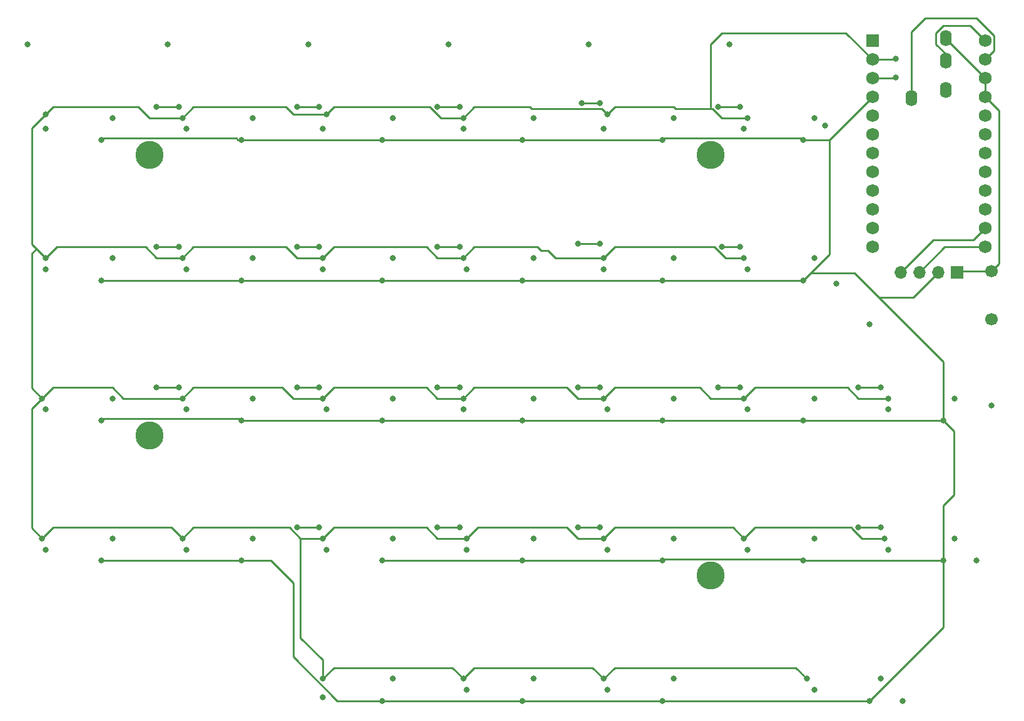
<source format=gbr>
%TF.GenerationSoftware,KiCad,Pcbnew,8.0.8*%
%TF.CreationDate,2025-01-31T06:20:13-05:00*%
%TF.ProjectId,nitsud,6e697473-7564-42e6-9b69-6361645f7063,v1.0.0*%
%TF.SameCoordinates,Original*%
%TF.FileFunction,Copper,L1,Top*%
%TF.FilePolarity,Positive*%
%FSLAX46Y46*%
G04 Gerber Fmt 4.6, Leading zero omitted, Abs format (unit mm)*
G04 Created by KiCad (PCBNEW 8.0.8) date 2025-01-31 06:20:13*
%MOMM*%
%LPD*%
G01*
G04 APERTURE LIST*
%TA.AperFunction,ComponentPad*%
%ADD10R,1.752600X1.752600*%
%TD*%
%TA.AperFunction,ComponentPad*%
%ADD11C,1.752600*%
%TD*%
%TA.AperFunction,ComponentPad*%
%ADD12O,1.600000X2.200000*%
%TD*%
%TA.AperFunction,ComponentPad*%
%ADD13C,1.700000*%
%TD*%
%TA.AperFunction,ComponentPad*%
%ADD14C,3.800000*%
%TD*%
%TA.AperFunction,ComponentPad*%
%ADD15R,1.700000X1.700000*%
%TD*%
%TA.AperFunction,ComponentPad*%
%ADD16O,1.700000X1.700000*%
%TD*%
%TA.AperFunction,ViaPad*%
%ADD17C,0.800000*%
%TD*%
%TA.AperFunction,Conductor*%
%ADD18C,0.250000*%
%TD*%
G04 APERTURE END LIST*
D10*
%TO.P,MCU1,1*%
%TO.N,RAW*%
X257380000Y-87030000D03*
D11*
%TO.P,MCU1,2*%
%TO.N,GND*%
X257380000Y-89570000D03*
%TO.P,MCU1,3*%
%TO.N,RST*%
X257380000Y-92110000D03*
%TO.P,MCU1,4*%
%TO.N,VCC*%
X257380000Y-94650000D03*
%TO.P,MCU1,5*%
%TO.N,P21*%
X257380000Y-97190000D03*
%TO.P,MCU1,6*%
%TO.N,P20*%
X257380000Y-99730000D03*
%TO.P,MCU1,7*%
%TO.N,P19*%
X257380000Y-102270000D03*
%TO.P,MCU1,8*%
%TO.N,P18*%
X257380000Y-104810000D03*
%TO.P,MCU1,9*%
%TO.N,P15*%
X257380000Y-107350000D03*
%TO.P,MCU1,10*%
%TO.N,P14*%
X257380000Y-109890000D03*
%TO.P,MCU1,11*%
%TO.N,P16*%
X257380000Y-112430000D03*
%TO.P,MCU1,12*%
%TO.N,P10*%
X257380000Y-114970000D03*
%TO.P,MCU1,13*%
%TO.N,P1*%
X272620000Y-87030000D03*
%TO.P,MCU1,14*%
%TO.N,P0*%
X272620000Y-89570000D03*
%TO.P,MCU1,15*%
%TO.N,GND*%
X272620000Y-92110000D03*
%TO.P,MCU1,16*%
X272620000Y-94650000D03*
%TO.P,MCU1,17*%
%TO.N,P2*%
X272620000Y-97190000D03*
%TO.P,MCU1,18*%
%TO.N,P3*%
X272620000Y-99730000D03*
%TO.P,MCU1,19*%
%TO.N,P4*%
X272620000Y-102270000D03*
%TO.P,MCU1,20*%
%TO.N,P5*%
X272620000Y-104810000D03*
%TO.P,MCU1,21*%
%TO.N,P6*%
X272620000Y-107350000D03*
%TO.P,MCU1,22*%
%TO.N,P7*%
X272620000Y-109890000D03*
%TO.P,MCU1,23*%
%TO.N,P8*%
X272620000Y-112430000D03*
%TO.P,MCU1,24*%
%TO.N,P9*%
X272620000Y-114970000D03*
%TD*%
D12*
%TO.P,TRRS1,2*%
%TO.N,GND*%
X267300000Y-86700000D03*
%TO.P,TRRS1,3*%
%TO.N,P1*%
X267300000Y-89700000D03*
%TO.P,TRRS1,4*%
%TO.N,RAW*%
X267300000Y-93700000D03*
%TO.P,TRRS1,5*%
%TO.N,P0*%
X262700000Y-94800000D03*
%TD*%
D13*
%TO.P,RST1,1*%
%TO.N,RST*%
X273500000Y-124750000D03*
%TO.P,RST1,2*%
%TO.N,GND*%
X273500000Y-118250000D03*
%TD*%
D14*
%TO.P,H2,*%
%TO.N,*%
X159500000Y-140500000D03*
%TD*%
D15*
%TO.P,OLED1,1*%
%TO.N,GND*%
X268800000Y-118400000D03*
D16*
%TO.P,OLED1,2*%
%TO.N,VCC*%
X266260000Y-118400000D03*
%TO.P,OLED1,3*%
%TO.N,P9*%
X263720000Y-118400000D03*
%TO.P,OLED1,4*%
%TO.N,P8*%
X261180000Y-118400000D03*
%TD*%
D14*
%TO.P,H4,*%
%TO.N,*%
X235500000Y-159500000D03*
%TD*%
%TO.P,H1,*%
%TO.N,*%
X159500000Y-102500000D03*
%TD*%
%TO.P,H3,*%
%TO.N,*%
X235500000Y-102500000D03*
%TD*%
D17*
%TO.N,*%
X249500000Y-154500000D03*
X173500000Y-97500000D03*
X192500000Y-116500000D03*
X249500000Y-135500000D03*
X183500000Y-137000000D03*
X183000000Y-118000000D03*
X164500000Y-118000000D03*
X154500000Y-97500000D03*
X258500000Y-173500000D03*
X183500000Y-156000000D03*
X221500000Y-175000000D03*
X211500000Y-135500000D03*
X202500000Y-156000000D03*
X268500000Y-135500000D03*
X202500000Y-175000000D03*
X145500000Y-99000000D03*
X173500000Y-135500000D03*
X154500000Y-116500000D03*
X230500000Y-116500000D03*
X145500000Y-137000000D03*
X211500000Y-154500000D03*
X192500000Y-135500000D03*
X249500000Y-97500000D03*
X211500000Y-116500000D03*
X164500000Y-99000000D03*
X202000000Y-99000000D03*
X259500000Y-156000000D03*
X202500000Y-118000000D03*
X240500000Y-137000000D03*
X145500000Y-118000000D03*
X230500000Y-135500000D03*
X249500000Y-175000000D03*
X230500000Y-97500000D03*
X230500000Y-173500000D03*
X211500000Y-173500000D03*
X211500000Y-97500000D03*
X259500000Y-137000000D03*
X202000000Y-137000000D03*
X221000000Y-118000000D03*
X183000000Y-99000000D03*
X183000000Y-176000000D03*
X192500000Y-97500000D03*
X240500000Y-118000000D03*
X164500000Y-137000000D03*
X192500000Y-154500000D03*
X230500000Y-154500000D03*
X173500000Y-154500000D03*
X221500000Y-137000000D03*
X221000000Y-99000000D03*
X221500000Y-156000000D03*
X240500000Y-156000000D03*
X192500000Y-173500000D03*
X173500000Y-116500000D03*
X145500000Y-156000000D03*
X268500000Y-154500000D03*
X164500000Y-156000000D03*
X249500000Y-116500000D03*
X154500000Y-135500000D03*
X154500000Y-154500000D03*
%TO.N,GND*%
X240500000Y-97500000D03*
X221000000Y-116500000D03*
X221000000Y-173500000D03*
X221500000Y-97000000D03*
X202000000Y-173500000D03*
X164000000Y-116500000D03*
X259500000Y-135500000D03*
X248500000Y-173500000D03*
X145000000Y-135500000D03*
X183000000Y-154500000D03*
X183500000Y-97000000D03*
X202500000Y-154500000D03*
X145000000Y-154500000D03*
X221000000Y-154500000D03*
X145500000Y-116500000D03*
X164000000Y-154500000D03*
X240000000Y-135500000D03*
X202000000Y-135500000D03*
X183000000Y-116500000D03*
X221000000Y-135500000D03*
X240000000Y-154500000D03*
X145500000Y-97000000D03*
X202000000Y-116500000D03*
X240000000Y-116500000D03*
X260500000Y-89500000D03*
X164000000Y-135500000D03*
X259000000Y-154500000D03*
X183000000Y-173500000D03*
X202000000Y-97500000D03*
X183000000Y-135500000D03*
X164000000Y-97500000D03*
%TO.N,VCC*%
X172000000Y-119500000D03*
X153000000Y-100500000D03*
X153000000Y-157500000D03*
X191000000Y-157500000D03*
X153000000Y-138500000D03*
X257000000Y-176500000D03*
X248000000Y-138500000D03*
X229000000Y-176500000D03*
X229000000Y-157500000D03*
X248000000Y-100500000D03*
X153000000Y-119500000D03*
X210000000Y-176500000D03*
X210000000Y-138500000D03*
X191000000Y-138500000D03*
X248000000Y-157500000D03*
X248000000Y-119500000D03*
X191000000Y-176500000D03*
X210000000Y-119500000D03*
X267000000Y-138500000D03*
X191000000Y-100500000D03*
X172000000Y-157500000D03*
X229000000Y-119500000D03*
X191000000Y-119500000D03*
X172000000Y-138500000D03*
X172000000Y-100500000D03*
X210000000Y-100500000D03*
X267000000Y-157500000D03*
X229000000Y-138500000D03*
X210000000Y-157500000D03*
X229000000Y-100500000D03*
%TO.N,RST*%
X260500000Y-92000000D03*
%TO.N,P21*%
X143000000Y-87500000D03*
%TO.N,P20*%
X162000000Y-87500000D03*
%TO.N,P19*%
X181000000Y-87500000D03*
%TO.N,P18*%
X200000000Y-87500000D03*
%TO.N,P15*%
X219000000Y-87500000D03*
%TO.N,P14*%
X238000000Y-87500000D03*
%TO.N,P16*%
X257000000Y-125500000D03*
%TO.N,P10*%
X240000000Y-99000000D03*
%TO.N,P2*%
X163500000Y-96000000D03*
X182500000Y-96000000D03*
X236500000Y-96000000D03*
X201500000Y-96000000D03*
X220500000Y-95500000D03*
X239500000Y-96000000D03*
X218000000Y-95500000D03*
X160500000Y-96000000D03*
X198500000Y-96000000D03*
X179500000Y-96000000D03*
X251000000Y-98500000D03*
%TO.N,P3*%
X220500000Y-114500000D03*
X237000000Y-115000000D03*
X160500000Y-115000000D03*
X179500000Y-115000000D03*
X217500000Y-114500000D03*
X198500000Y-115000000D03*
X163500000Y-115000000D03*
X182500000Y-115000000D03*
X201500000Y-115000000D03*
X252500000Y-120000000D03*
X239500000Y-115000000D03*
%TO.N,P4*%
X220500000Y-134000000D03*
X217500000Y-134000000D03*
X273500000Y-136500000D03*
X239500000Y-134000000D03*
X182500000Y-134000000D03*
X160500000Y-134000000D03*
X179500000Y-134000000D03*
X201500000Y-134000000D03*
X258500000Y-134000000D03*
X198500000Y-134000000D03*
X163500000Y-134000000D03*
X255500000Y-134000000D03*
X236500000Y-134000000D03*
%TO.N,P5*%
X179500000Y-153000000D03*
X217500000Y-153000000D03*
X182500000Y-153000000D03*
X201500000Y-153000000D03*
X258500000Y-153000000D03*
X220500000Y-153000000D03*
X271500000Y-157500000D03*
X198500000Y-153000000D03*
X255500000Y-153000000D03*
%TO.N,P6*%
X261500000Y-176500000D03*
%TD*%
D18*
%TO.N,GND*%
X147000000Y-115000000D02*
X145500000Y-116500000D01*
X159000000Y-115000000D02*
X147000000Y-115000000D01*
X160500000Y-116500000D02*
X159000000Y-115000000D01*
X164000000Y-116500000D02*
X160500000Y-116500000D01*
X165500000Y-115000000D02*
X164000000Y-116500000D01*
X178000000Y-115000000D02*
X165500000Y-115000000D01*
X183000000Y-116500000D02*
X179500000Y-116500000D01*
X179500000Y-116500000D02*
X178000000Y-115000000D01*
X197000000Y-115000000D02*
X184500000Y-115000000D01*
X198500000Y-116500000D02*
X197000000Y-115000000D01*
X202000000Y-116500000D02*
X198500000Y-116500000D01*
X184500000Y-115000000D02*
X183000000Y-116500000D01*
X213500000Y-115500000D02*
X214500000Y-116500000D01*
X212500000Y-115500000D02*
X213500000Y-115500000D01*
X214500000Y-116500000D02*
X221000000Y-116500000D01*
X203500000Y-115000000D02*
X212000000Y-115000000D01*
X212000000Y-115000000D02*
X212500000Y-115500000D01*
X202000000Y-116500000D02*
X203500000Y-115000000D01*
X146500000Y-96000000D02*
X145500000Y-97000000D01*
X158000000Y-96000000D02*
X146500000Y-96000000D01*
X159500000Y-97500000D02*
X158000000Y-96000000D01*
X164000000Y-97500000D02*
X159500000Y-97500000D01*
X165500000Y-96000000D02*
X164000000Y-97500000D01*
X178000000Y-96000000D02*
X165500000Y-96000000D01*
X179000000Y-97000000D02*
X178000000Y-96000000D01*
X183500000Y-97000000D02*
X179000000Y-97000000D01*
X211000000Y-96000000D02*
X203500000Y-96000000D01*
X203500000Y-96000000D02*
X202000000Y-97500000D01*
X220725000Y-96225000D02*
X211225000Y-96225000D01*
X211225000Y-96225000D02*
X211000000Y-96000000D01*
X221500000Y-97000000D02*
X220725000Y-96225000D01*
X222500000Y-96000000D02*
X221500000Y-97000000D01*
X230500000Y-96000000D02*
X222500000Y-96000000D01*
X230750000Y-96250000D02*
X230500000Y-96000000D01*
X235500000Y-96250000D02*
X230750000Y-96250000D01*
X146500000Y-134000000D02*
X145000000Y-135500000D01*
X154500000Y-134000000D02*
X146500000Y-134000000D01*
X156000000Y-135500000D02*
X154500000Y-134000000D01*
X164000000Y-135500000D02*
X156000000Y-135500000D01*
X165500000Y-134000000D02*
X164000000Y-135500000D01*
X179000000Y-135500000D02*
X177500000Y-134000000D01*
X177500000Y-134000000D02*
X165500000Y-134000000D01*
X183000000Y-135500000D02*
X179000000Y-135500000D01*
X184500000Y-134000000D02*
X183000000Y-135500000D01*
X202000000Y-135500000D02*
X198500000Y-135500000D01*
X198500000Y-135500000D02*
X197000000Y-134000000D01*
X197000000Y-134000000D02*
X184500000Y-134000000D01*
X203500000Y-134000000D02*
X202000000Y-135500000D01*
X216000000Y-134000000D02*
X203500000Y-134000000D01*
X217500000Y-135500000D02*
X216000000Y-134000000D01*
X221000000Y-135500000D02*
X217500000Y-135500000D01*
X234000000Y-134000000D02*
X222500000Y-134000000D01*
X222500000Y-134000000D02*
X221000000Y-135500000D01*
X235500000Y-135500000D02*
X234000000Y-134000000D01*
X240000000Y-135500000D02*
X235500000Y-135500000D01*
X255500000Y-135500000D02*
X254000000Y-134000000D01*
X241500000Y-134000000D02*
X240000000Y-135500000D01*
X259500000Y-135500000D02*
X255500000Y-135500000D01*
X254000000Y-134000000D02*
X241500000Y-134000000D01*
X146500000Y-153000000D02*
X145000000Y-154500000D01*
X162500000Y-153000000D02*
X146500000Y-153000000D01*
X164000000Y-154500000D02*
X162500000Y-153000000D01*
X184500000Y-153000000D02*
X183000000Y-154500000D01*
X197000000Y-153000000D02*
X184500000Y-153000000D01*
X198500000Y-154500000D02*
X197000000Y-153000000D01*
X202500000Y-154500000D02*
X198500000Y-154500000D01*
X204000000Y-153000000D02*
X202500000Y-154500000D01*
X216000000Y-153000000D02*
X204000000Y-153000000D01*
X217500000Y-154500000D02*
X216000000Y-153000000D01*
X221000000Y-154500000D02*
X217500000Y-154500000D01*
X222500000Y-153000000D02*
X221000000Y-154500000D01*
X238500000Y-153000000D02*
X222500000Y-153000000D01*
X240000000Y-154500000D02*
X238500000Y-153000000D01*
X254500000Y-153000000D02*
X241500000Y-153000000D01*
X254724695Y-153224695D02*
X254500000Y-153000000D01*
X254724695Y-153250000D02*
X254724695Y-153224695D01*
X241500000Y-153000000D02*
X240000000Y-154500000D01*
X255974695Y-154500000D02*
X254724695Y-153250000D01*
X259000000Y-154500000D02*
X255974695Y-154500000D01*
X200500000Y-172000000D02*
X184500000Y-172000000D01*
X184500000Y-172000000D02*
X183000000Y-173500000D01*
X202000000Y-173500000D02*
X200500000Y-172000000D01*
X219500000Y-172000000D02*
X203500000Y-172000000D01*
X221000000Y-173500000D02*
X219500000Y-172000000D01*
X203500000Y-172000000D02*
X202000000Y-173500000D01*
X222500000Y-172000000D02*
X221000000Y-173500000D01*
X247000000Y-172000000D02*
X222500000Y-172000000D01*
X248500000Y-173500000D02*
X247000000Y-172000000D01*
X143595000Y-115905000D02*
X143595000Y-134095000D01*
X235500000Y-96250000D02*
X235724695Y-96250000D01*
X183000000Y-170953833D02*
X183000000Y-173500000D01*
X273500000Y-118250000D02*
X274500000Y-117250000D01*
X179974695Y-154500000D02*
X179974695Y-167928528D01*
X257380000Y-89570000D02*
X260430000Y-89570000D01*
X235724695Y-96250000D02*
X236974695Y-97500000D01*
X143595000Y-134095000D02*
X145000000Y-135500000D01*
X197474695Y-96000000D02*
X198974695Y-97500000D01*
X143595000Y-136905000D02*
X143595000Y-153095000D01*
X272620000Y-92110000D02*
X267300000Y-86790000D01*
X145000000Y-135500000D02*
X143595000Y-136905000D01*
X164000000Y-154500000D02*
X165500000Y-153000000D01*
X145500000Y-97000000D02*
X143595000Y-98905000D01*
X273500000Y-118250000D02*
X268950000Y-118250000D01*
X268950000Y-118250000D02*
X268800000Y-118400000D01*
X236974695Y-97500000D02*
X240500000Y-97500000D01*
X183500000Y-97000000D02*
X184500000Y-96000000D01*
X144250000Y-115250000D02*
X143595000Y-115905000D01*
X143595000Y-153095000D02*
X145000000Y-154500000D01*
X237474695Y-116500000D02*
X240000000Y-116500000D01*
X179974695Y-154500000D02*
X183000000Y-154500000D01*
X198974695Y-97500000D02*
X202000000Y-97500000D01*
X179974695Y-167928528D02*
X183000000Y-170953833D01*
X178474695Y-153000000D02*
X179974695Y-154500000D01*
X274500000Y-117250000D02*
X274500000Y-96530000D01*
X257380000Y-89570000D02*
X253810000Y-86000000D01*
X267300000Y-86790000D02*
X267300000Y-86700000D01*
X221000000Y-116500000D02*
X222500000Y-115000000D01*
X222500000Y-115000000D02*
X235974695Y-115000000D01*
X143595000Y-114595000D02*
X144250000Y-115250000D01*
X253810000Y-86000000D02*
X237000000Y-86000000D01*
X272620000Y-92110000D02*
X272620000Y-94650000D01*
X144250000Y-115250000D02*
X145500000Y-116500000D01*
X260430000Y-89570000D02*
X260500000Y-89500000D01*
X143595000Y-98905000D02*
X143595000Y-114595000D01*
X235500000Y-87500000D02*
X235500000Y-96250000D01*
X165500000Y-153000000D02*
X178474695Y-153000000D01*
X237000000Y-86000000D02*
X235500000Y-87500000D01*
X274500000Y-96530000D02*
X272620000Y-94650000D01*
X235974695Y-115000000D02*
X237474695Y-116500000D01*
X184500000Y-96000000D02*
X197474695Y-96000000D01*
%TO.N,VCC*%
X172000000Y-100500000D02*
X171500000Y-100500000D01*
X258214734Y-121785266D02*
X267000000Y-130570532D01*
X267000000Y-150000000D02*
X267000000Y-157500000D01*
X179000000Y-170525305D02*
X179000000Y-160500000D01*
X210000000Y-138500000D02*
X191000000Y-138500000D01*
X191000000Y-138500000D02*
X172000000Y-138500000D01*
X172000000Y-138500000D02*
X171775000Y-138275000D01*
X171500000Y-100500000D02*
X171275000Y-100275000D01*
X247775000Y-100275000D02*
X229225000Y-100275000D01*
X172000000Y-119500000D02*
X153000000Y-119500000D01*
X249000000Y-118500000D02*
X254929468Y-118500000D01*
X257000000Y-176500000D02*
X229000000Y-176500000D01*
X267000000Y-157500000D02*
X248000000Y-157500000D01*
X258214734Y-121785266D02*
X262874734Y-121785266D01*
X171775000Y-138275000D02*
X153225000Y-138275000D01*
X248000000Y-119500000D02*
X229000000Y-119500000D01*
X229000000Y-157500000D02*
X210000000Y-157500000D01*
X210000000Y-119500000D02*
X191000000Y-119500000D01*
X267000000Y-130570532D02*
X267000000Y-138500000D01*
X184974695Y-176500000D02*
X179000000Y-170525305D01*
X229000000Y-176500000D02*
X210000000Y-176500000D01*
X210000000Y-157500000D02*
X191000000Y-157500000D01*
X247775000Y-157275000D02*
X229225000Y-157275000D01*
X248000000Y-100500000D02*
X247775000Y-100275000D01*
X268415000Y-139915000D02*
X268415000Y-148585000D01*
X171275000Y-100275000D02*
X153225000Y-100275000D01*
X153225000Y-100275000D02*
X153000000Y-100500000D01*
X248000000Y-157500000D02*
X247775000Y-157275000D01*
X262874734Y-121785266D02*
X266260000Y-118400000D01*
X191000000Y-100500000D02*
X172000000Y-100500000D01*
X153225000Y-138275000D02*
X153000000Y-138500000D01*
X229225000Y-100275000D02*
X229000000Y-100500000D01*
X176000000Y-157500000D02*
X172000000Y-157500000D01*
X172000000Y-157500000D02*
X153000000Y-157500000D01*
X257380000Y-94650000D02*
X251530000Y-100500000D01*
X267000000Y-157500000D02*
X267000000Y-166500000D01*
X268415000Y-148585000D02*
X267000000Y-150000000D01*
X191000000Y-176500000D02*
X184974695Y-176500000D01*
X229000000Y-100500000D02*
X210000000Y-100500000D01*
X229000000Y-119500000D02*
X210000000Y-119500000D01*
X267000000Y-138500000D02*
X248000000Y-138500000D01*
X179000000Y-160500000D02*
X176000000Y-157500000D01*
X229000000Y-138500000D02*
X210000000Y-138500000D01*
X254929468Y-118500000D02*
X258214734Y-121785266D01*
X248000000Y-138500000D02*
X229000000Y-138500000D01*
X229225000Y-157275000D02*
X229000000Y-157500000D01*
X210000000Y-100500000D02*
X191000000Y-100500000D01*
X249000000Y-118500000D02*
X248000000Y-119500000D01*
X251530000Y-115970000D02*
X249000000Y-118500000D01*
X251530000Y-100500000D02*
X251530000Y-115970000D01*
X210000000Y-176500000D02*
X191000000Y-176500000D01*
X191000000Y-119500000D02*
X172000000Y-119500000D01*
X251530000Y-100500000D02*
X248000000Y-100500000D01*
X267000000Y-138500000D02*
X268415000Y-139915000D01*
X267000000Y-166500000D02*
X257000000Y-176500000D01*
%TO.N,RST*%
X260390000Y-92110000D02*
X260500000Y-92000000D01*
X257380000Y-92110000D02*
X260390000Y-92110000D01*
%TO.N,P1*%
X267300000Y-89700000D02*
X267300000Y-88800000D01*
X266000000Y-87500000D02*
X266000000Y-86000000D01*
X266000000Y-86000000D02*
X267000033Y-84999967D01*
X267300000Y-88800000D02*
X266000000Y-87500000D01*
X270589967Y-84999967D02*
X272620000Y-87030000D01*
X267000033Y-84999967D02*
X270589967Y-84999967D01*
%TO.N,P0*%
X273821300Y-86321300D02*
X271475000Y-83975000D01*
X273821300Y-88368700D02*
X273821300Y-86321300D01*
X271475000Y-83975000D02*
X264534010Y-83975000D01*
X272620000Y-89570000D02*
X273821300Y-88368700D01*
X262700000Y-85809010D02*
X262700000Y-94800000D01*
X264534010Y-83975000D02*
X262700000Y-85809010D01*
%TO.N,P2*%
X163500000Y-96000000D02*
X160500000Y-96000000D01*
X220500000Y-95500000D02*
X218000000Y-95500000D01*
X201500000Y-96000000D02*
X198500000Y-96000000D01*
X239500000Y-96000000D02*
X236500000Y-96000000D01*
X182500000Y-96000000D02*
X179500000Y-96000000D01*
%TO.N,P3*%
X220500000Y-114500000D02*
X217500000Y-114500000D01*
X182500000Y-115000000D02*
X179500000Y-115000000D01*
X239500000Y-115000000D02*
X237000000Y-115000000D01*
X201500000Y-115000000D02*
X198500000Y-115000000D01*
X163500000Y-115000000D02*
X160500000Y-115000000D01*
%TO.N,P4*%
X163500000Y-134000000D02*
X160500000Y-134000000D01*
X182500000Y-134000000D02*
X179500000Y-134000000D01*
X239500000Y-134000000D02*
X236500000Y-134000000D01*
X201500000Y-134000000D02*
X198500000Y-134000000D01*
X220500000Y-134000000D02*
X217500000Y-134000000D01*
X258500000Y-134000000D02*
X255500000Y-134000000D01*
%TO.N,P5*%
X220500000Y-153000000D02*
X217500000Y-153000000D01*
X258500000Y-153000000D02*
X255500000Y-153000000D01*
X201500000Y-153000000D02*
X198500000Y-153000000D01*
X182500000Y-153000000D02*
X179500000Y-153000000D01*
%TO.N,P8*%
X265580000Y-114000000D02*
X271050000Y-114000000D01*
X271050000Y-114000000D02*
X272620000Y-112430000D01*
X261180000Y-118400000D02*
X265580000Y-114000000D01*
%TO.N,P9*%
X267150000Y-114970000D02*
X272620000Y-114970000D01*
X263720000Y-118400000D02*
X267150000Y-114970000D01*
%TD*%
M02*

</source>
